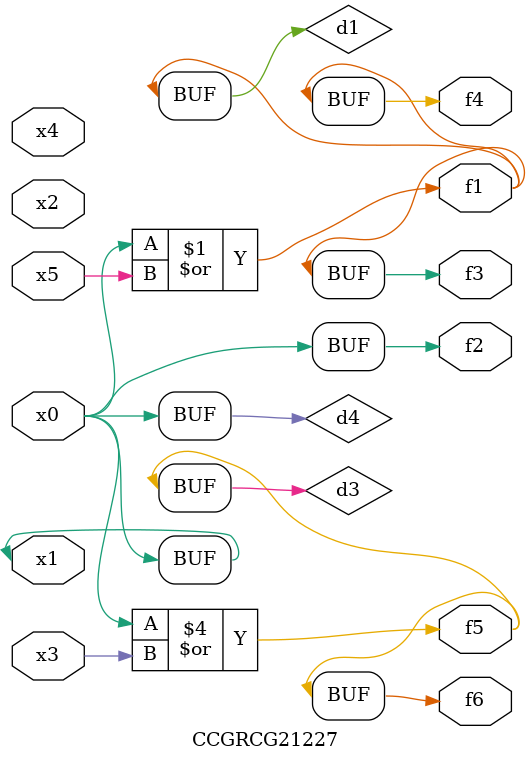
<source format=v>
module CCGRCG21227(
	input x0, x1, x2, x3, x4, x5,
	output f1, f2, f3, f4, f5, f6
);

	wire d1, d2, d3, d4;

	or (d1, x0, x5);
	xnor (d2, x1, x4);
	or (d3, x0, x3);
	buf (d4, x0, x1);
	assign f1 = d1;
	assign f2 = d4;
	assign f3 = d1;
	assign f4 = d1;
	assign f5 = d3;
	assign f6 = d3;
endmodule

</source>
